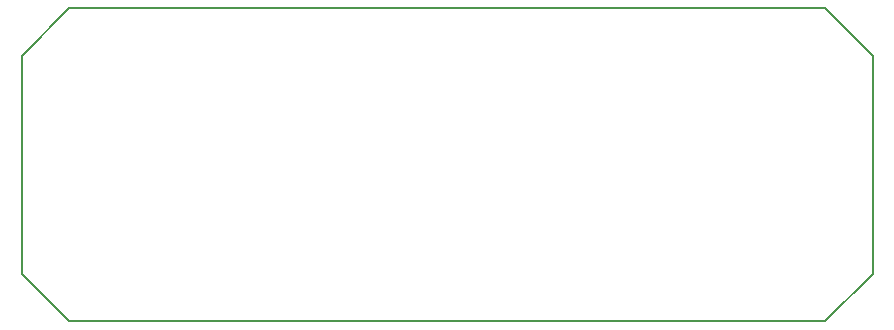
<source format=gbr>
G04 DipTrace 3.0.0.2*
G04 BoardOutline.gbr*
%MOIN*%
G04 #@! TF.FileFunction,Profile*
G04 #@! TF.Part,Single*
%ADD11C,0.005512*%
%FSLAX26Y26*%
G04*
G70*
G90*
G75*
G01*
G04 BoardOutline*
%LPD*%
X393701Y551181D2*
D11*
Y1279528D1*
X551181Y1437008D1*
X3070866D1*
X3228346Y1279528D1*
Y551181D1*
X3070866Y393701D1*
X551181D1*
X393701Y551181D1*
M02*

</source>
